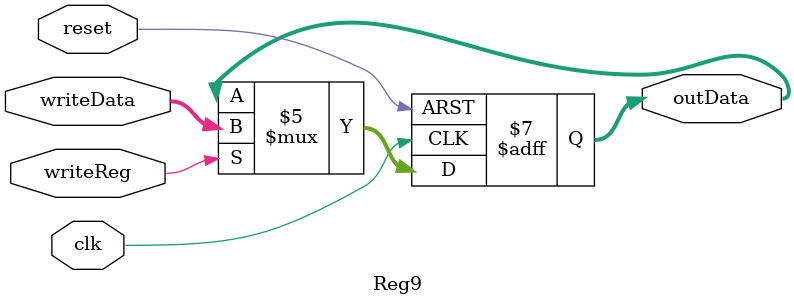
<source format=v>
`timescale 1ns / 1ps
module Reg9(input[8:0] writeData, input writeReg, input clk, input reset, output reg[8:0] outData);

	always@(posedge clk or posedge reset)
	if (reset == 1'b1)
		outData = 16'd0;
	else if (writeReg == 1'b1)
		outData = writeData;
	else
		outData = outData;

endmodule

</source>
